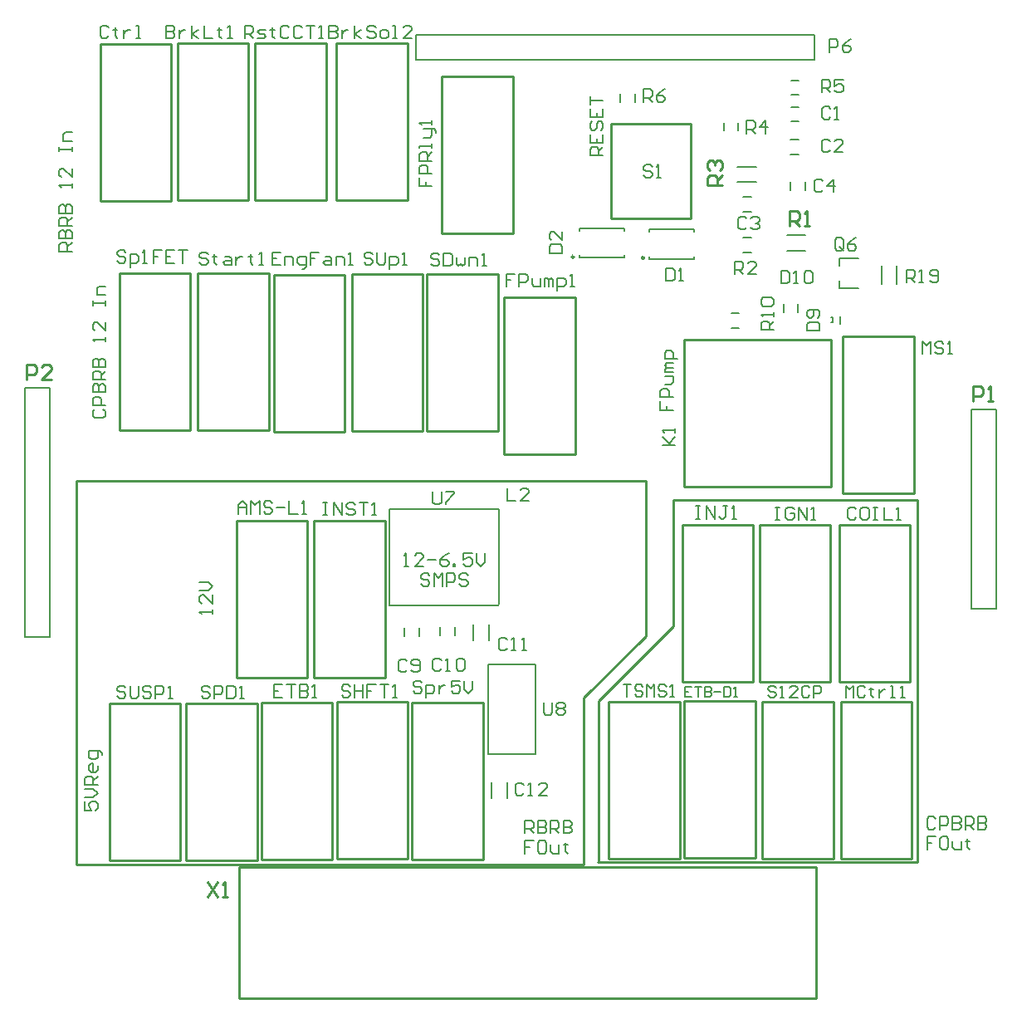
<source format=gto>
G04*
G04 #@! TF.GenerationSoftware,Altium Limited,Altium Designer,18.0.11 (651)*
G04*
G04 Layer_Color=65535*
%FSLAX44Y44*%
%MOMM*%
G71*
G01*
G75*
%ADD10C,0.2500*%
%ADD11C,0.2540*%
%ADD12C,0.2000*%
%ADD13C,0.2032*%
D10*
X1071824Y1521176D02*
G03*
X1071824Y1521176I-1250J0D01*
G01*
X1143452Y1520160D02*
G03*
X1143452Y1520160I-1250J0D01*
G01*
D11*
X1318650Y888250D02*
Y898800D01*
X730350Y888250D02*
Y898800D01*
X1318650D01*
Y775900D02*
Y888250D01*
X730350Y775900D02*
Y888250D01*
Y765200D02*
X1318650D01*
X730350D02*
Y775900D01*
X1318650Y765200D02*
Y775900D01*
X1081786Y902000D02*
Y1071626D01*
X1144778Y1134618D01*
Y1149361D02*
Y1293000D01*
X1096518Y944880D02*
Y1068518D01*
X1172972Y1144972D01*
Y1273000D01*
X1345946Y1280160D02*
X1418336D01*
X1345946D02*
Y1440180D01*
X1418336Y1280160D02*
Y1440180D01*
X1345946D02*
X1418336D01*
X1184078Y1286548D02*
Y1436548D01*
Y1286548D02*
X1334078D01*
X1184078Y1436548D02*
X1334078D01*
Y1286548D02*
Y1436548D01*
X1422400Y903986D02*
Y943998D01*
X1096518Y905510D02*
Y944880D01*
X1109980Y1560322D02*
Y1656842D01*
X1191260D01*
Y1560322D02*
Y1656842D01*
X1109980Y1560322D02*
X1191260D01*
X676402Y906272D02*
X748792D01*
X676402D02*
Y1066292D01*
X748792Y906272D02*
Y1066292D01*
X676402D02*
X748792D01*
X598170Y906272D02*
X670560D01*
X598170D02*
Y1066292D01*
X670560Y906272D02*
Y1066292D01*
X598170D02*
X670560D01*
X752856Y906780D02*
X825246D01*
X752856D02*
Y1066800D01*
X825246Y906780D02*
Y1066800D01*
X752856D02*
X825246D01*
X830072Y907542D02*
X902462D01*
X830072D02*
Y1067562D01*
X902462Y907542D02*
Y1067562D01*
X830072D02*
X902462D01*
X906780Y906780D02*
X979170D01*
X906780D02*
Y1066800D01*
X979170Y906780D02*
Y1066800D01*
X906780D02*
X979170D01*
X564500Y902000D02*
Y1293000D01*
X1144778D01*
Y1134618D02*
Y1149361D01*
X564500Y902000D02*
X1081786D01*
X806696Y1092520D02*
X879086D01*
X806696D02*
Y1252540D01*
X879086Y1092520D02*
Y1252540D01*
X806696D02*
X879086D01*
X727660Y1092520D02*
X800050D01*
X727660D02*
Y1252540D01*
X800050Y1092520D02*
Y1252540D01*
X727660D02*
X800050D01*
X1172972Y1273000D02*
X1422400D01*
X1263904Y907796D02*
X1336294D01*
X1263904D02*
Y1067816D01*
X1336294Y907796D02*
Y1067816D01*
X1263904D02*
X1336294D01*
X1343914Y907796D02*
X1416304D01*
X1343914D02*
Y1067816D01*
X1416304Y907796D02*
Y1067816D01*
X1343914D02*
X1416304D01*
X1096504Y904000D02*
X1421504D01*
X1422400Y943998D02*
Y1273000D01*
X1184402Y908812D02*
X1256792D01*
X1184402D02*
Y1068832D01*
X1256792Y908812D02*
Y1068832D01*
X1184402D02*
X1256792D01*
X937260Y1544828D02*
X1009650D01*
X937260D02*
Y1704848D01*
X1009650Y1544828D02*
Y1704848D01*
X937260D02*
X1009650D01*
X588660Y1578460D02*
X661050D01*
X588660D02*
Y1738480D01*
X661050Y1578460D02*
Y1738480D01*
X588660D02*
X661050D01*
X667258Y1578610D02*
X739648D01*
X667258D02*
Y1738630D01*
X739648Y1578610D02*
Y1738630D01*
X667258D02*
X739648D01*
X746760Y1579118D02*
X819150D01*
X746760D02*
Y1739138D01*
X819150Y1579118D02*
Y1739138D01*
X746760D02*
X819150D01*
X1107186Y907796D02*
X1179576D01*
X1107186D02*
Y1067816D01*
X1179576Y907796D02*
Y1067816D01*
X1107186D02*
X1179576D01*
X1182164Y1087520D02*
X1254554D01*
X1182164D02*
Y1247540D01*
X1254554Y1087520D02*
Y1247540D01*
X1182164D02*
X1254554D01*
X1261164Y1087520D02*
X1333554D01*
X1261164D02*
Y1247540D01*
X1333554Y1087520D02*
Y1247540D01*
X1261164D02*
X1333554D01*
X1342164Y1087520D02*
X1414554D01*
X1342164D02*
Y1247540D01*
X1414554Y1087520D02*
Y1247540D01*
X1342164D02*
X1414554D01*
X1000760Y1320038D02*
X1073150D01*
X1000760D02*
Y1480058D01*
X1073150Y1320038D02*
Y1480058D01*
X1000760D02*
X1073150D01*
X688086Y1344676D02*
X760476D01*
X688086D02*
Y1504696D01*
X760476Y1344676D02*
Y1504696D01*
X688086D02*
X760476D01*
X765810Y1343152D02*
X838200D01*
X765810D02*
Y1503172D01*
X838200Y1343152D02*
Y1503172D01*
X765810D02*
X838200D01*
X845058Y1343914D02*
X917448D01*
X845058D02*
Y1503934D01*
X917448Y1343914D02*
Y1503934D01*
X845058D02*
X917448D01*
X829696Y1579118D02*
X902086D01*
X829696D02*
Y1739138D01*
X902086Y1579118D02*
Y1739138D01*
X829696D02*
X902086D01*
X922020Y1343660D02*
X994410D01*
X922020D02*
Y1503680D01*
X994410Y1343660D02*
Y1503680D01*
X922020D02*
X994410D01*
X608330Y1344676D02*
X680720D01*
X608330D02*
Y1504696D01*
X680720Y1344676D02*
Y1504696D01*
X608330D02*
X680720D01*
X698000Y884235D02*
X708157Y869000D01*
Y884235D02*
X698000Y869000D01*
X713235D02*
X718313D01*
X715774D01*
Y884235D01*
X713235Y881696D01*
X1223000Y1594000D02*
X1207765D01*
Y1601617D01*
X1210304Y1604157D01*
X1215383D01*
X1217922Y1601617D01*
Y1594000D01*
Y1599078D02*
X1223000Y1604157D01*
X1210304Y1609235D02*
X1207765Y1611774D01*
Y1616853D01*
X1210304Y1619392D01*
X1212843D01*
X1215383Y1616853D01*
Y1614313D01*
Y1616853D01*
X1217922Y1619392D01*
X1220461D01*
X1223000Y1616853D01*
Y1611774D01*
X1220461Y1609235D01*
X1291336Y1552448D02*
Y1567683D01*
X1298954D01*
X1301493Y1565144D01*
Y1560065D01*
X1298954Y1557526D01*
X1291336D01*
X1296414D02*
X1301493Y1552448D01*
X1306571D02*
X1311649D01*
X1309110D01*
Y1567683D01*
X1306571Y1565144D01*
X513842Y1396238D02*
Y1411473D01*
X521460D01*
X523999Y1408934D01*
Y1403855D01*
X521460Y1401316D01*
X513842D01*
X539234Y1396238D02*
X529077D01*
X539234Y1406395D01*
Y1408934D01*
X536695Y1411473D01*
X531616D01*
X529077Y1408934D01*
X1478788Y1374140D02*
Y1389375D01*
X1486405D01*
X1488945Y1386836D01*
Y1381758D01*
X1486405Y1379218D01*
X1478788D01*
X1494023Y1374140D02*
X1499101D01*
X1496562D01*
Y1389375D01*
X1494023Y1386836D01*
D12*
X910844Y1747774D02*
X1317244D01*
Y1722374D02*
Y1747774D01*
X1298194Y1722374D02*
X1317244D01*
X910844D02*
X1298194D01*
X910844D02*
Y1747774D01*
X1288948Y1543180D02*
X1307948D01*
X1288948Y1527680D02*
X1307948D01*
X1293178Y1673994D02*
X1301178D01*
X1293178Y1658994D02*
X1301178D01*
X1224400Y1649756D02*
Y1657756D01*
X1239400Y1649756D02*
Y1657756D01*
X1238402Y1612776D02*
X1257402D01*
X1238402Y1597276D02*
X1257402D01*
X1134244Y1679004D02*
Y1687004D01*
X1119244Y1679004D02*
Y1687004D01*
X1244664Y1525644D02*
X1252664D01*
X1244664Y1540644D02*
X1252664D01*
X1244664Y1582300D02*
X1252664D01*
X1244664Y1567300D02*
X1252664D01*
X1292472Y1589342D02*
Y1597342D01*
X1307472Y1589342D02*
Y1597342D01*
X1292924Y1625466D02*
X1300924D01*
X1292924Y1640466D02*
X1300924D01*
X1077074Y1520176D02*
X1123074D01*
X1077074Y1550176D02*
X1123074D01*
Y1520176D02*
Y1522676D01*
X1077074Y1520176D02*
Y1522676D01*
X1123074Y1547676D02*
Y1550176D01*
X1077074Y1547676D02*
Y1550176D01*
X1300360Y1464882D02*
Y1472882D01*
X1285360Y1464882D02*
Y1472882D01*
X1400940Y1493164D02*
Y1512164D01*
X1385440Y1493164D02*
Y1512164D01*
X1232434Y1448682D02*
X1240434D01*
X1232434Y1463682D02*
X1240434D01*
X537700Y1133700D02*
Y1368650D01*
Y1387700D01*
X512300D02*
X537700D01*
X512300Y1133700D02*
Y1387700D01*
Y1133700D02*
X537700D01*
X1477300Y1365500D02*
X1502700D01*
Y1162300D02*
Y1365500D01*
X1477300Y1162300D02*
X1502700D01*
X1477300D02*
Y1365500D01*
X1342796Y1488947D02*
Y1496688D01*
Y1511688D02*
Y1519422D01*
X1003934Y969138D02*
Y985138D01*
X987934Y969138D02*
Y985138D01*
X913772Y1134682D02*
Y1142682D01*
X898772Y1134682D02*
Y1142682D01*
X950094Y1135444D02*
Y1143444D01*
X935094Y1135444D02*
Y1143444D01*
X968884Y1129920D02*
Y1145920D01*
X984884Y1129920D02*
Y1145920D01*
X1293178Y1686172D02*
X1301178D01*
X1293178Y1701172D02*
X1301178D01*
X1148702Y1546660D02*
Y1549160D01*
X1194702Y1546660D02*
Y1549160D01*
X1148702Y1519160D02*
Y1521660D01*
X1194702Y1519160D02*
Y1521660D01*
X1148702Y1549160D02*
X1194702D01*
X1148702Y1519160D02*
X1194702D01*
X1440664Y948225D02*
X1438498Y950391D01*
X1434166D01*
X1432000Y948225D01*
Y939561D01*
X1434166Y937395D01*
X1438498D01*
X1440664Y939561D01*
X1444996Y937395D02*
Y950391D01*
X1451494D01*
X1453660Y948225D01*
Y943893D01*
X1451494Y941727D01*
X1444996D01*
X1457992Y950391D02*
Y937395D01*
X1464489D01*
X1466655Y939561D01*
Y941727D01*
X1464489Y943893D01*
X1457992D01*
X1464489D01*
X1466655Y946059D01*
Y948225D01*
X1464489Y950391D01*
X1457992D01*
X1470987Y937395D02*
Y950391D01*
X1477485D01*
X1479651Y948225D01*
Y943893D01*
X1477485Y941727D01*
X1470987D01*
X1475319D02*
X1479651Y937395D01*
X1483983Y950391D02*
Y937395D01*
X1490481D01*
X1492647Y939561D01*
Y941727D01*
X1490481Y943893D01*
X1483983D01*
X1490481D01*
X1492647Y946059D01*
Y948225D01*
X1490481Y950391D01*
X1483983D01*
X1440664Y929996D02*
X1432000D01*
Y923498D01*
X1436332D01*
X1432000D01*
Y917000D01*
X1451494Y929996D02*
X1447162D01*
X1444996Y927830D01*
Y919166D01*
X1447162Y917000D01*
X1451494D01*
X1453660Y919166D01*
Y927830D01*
X1451494Y929996D01*
X1457992Y925664D02*
Y919166D01*
X1460158Y917000D01*
X1466655D01*
Y925664D01*
X1473153Y927830D02*
Y925664D01*
X1470987D01*
X1475319D01*
X1473153D01*
Y919166D01*
X1475319Y917000D01*
X898631Y1205876D02*
X902963D01*
X900797D01*
Y1218872D01*
X898631Y1216706D01*
X918125Y1205876D02*
X909461D01*
X918125Y1214540D01*
Y1216706D01*
X915959Y1218872D01*
X911627D01*
X909461Y1216706D01*
X922457Y1212374D02*
X931121D01*
X944116Y1218872D02*
X939784Y1216706D01*
X935452Y1212374D01*
Y1208042D01*
X937618Y1205876D01*
X941950D01*
X944116Y1208042D01*
Y1210208D01*
X941950Y1212374D01*
X935452D01*
X948448Y1205876D02*
Y1208042D01*
X950614D01*
Y1205876D01*
X948448D01*
X967942Y1218872D02*
X959278D01*
Y1212374D01*
X963610Y1214540D01*
X965776D01*
X967942Y1212374D01*
Y1208042D01*
X965776Y1205876D01*
X961444D01*
X959278Y1208042D01*
X972274Y1218872D02*
Y1210208D01*
X976606Y1205876D01*
X980938Y1210208D01*
Y1218872D01*
X924623Y1196311D02*
X922457Y1198477D01*
X918125D01*
X915959Y1196311D01*
Y1194145D01*
X918125Y1191979D01*
X922457D01*
X924623Y1189813D01*
Y1187647D01*
X922457Y1185481D01*
X918125D01*
X915959Y1187647D01*
X928955Y1185481D02*
Y1198477D01*
X933287Y1194145D01*
X937618Y1198477D01*
Y1185481D01*
X941950D02*
Y1198477D01*
X948448D01*
X950614Y1196311D01*
Y1191979D01*
X948448Y1189813D01*
X941950D01*
X963610Y1196311D02*
X961444Y1198477D01*
X957112D01*
X954946Y1196311D01*
Y1194145D01*
X957112Y1191979D01*
X961444D01*
X963610Y1189813D01*
Y1187647D01*
X961444Y1185481D01*
X957112D01*
X954946Y1187647D01*
X1022000Y933395D02*
Y946391D01*
X1028498D01*
X1030664Y944225D01*
Y939893D01*
X1028498Y937727D01*
X1022000D01*
X1026332D02*
X1030664Y933395D01*
X1034996Y946391D02*
Y933395D01*
X1041494D01*
X1043660Y935561D01*
Y937727D01*
X1041494Y939893D01*
X1034996D01*
X1041494D01*
X1043660Y942059D01*
Y944225D01*
X1041494Y946391D01*
X1034996D01*
X1047992Y933395D02*
Y946391D01*
X1054490D01*
X1056656Y944225D01*
Y939893D01*
X1054490Y937727D01*
X1047992D01*
X1052324D02*
X1056656Y933395D01*
X1060987Y946391D02*
Y933395D01*
X1067485D01*
X1069651Y935561D01*
Y937727D01*
X1067485Y939893D01*
X1060987D01*
X1067485D01*
X1069651Y942059D01*
Y944225D01*
X1067485Y946391D01*
X1060987D01*
X1030664Y925996D02*
X1022000D01*
Y919498D01*
X1026332D01*
X1022000D01*
Y913000D01*
X1041494Y925996D02*
X1037162D01*
X1034996Y923830D01*
Y915166D01*
X1037162Y913000D01*
X1041494D01*
X1043660Y915166D01*
Y923830D01*
X1041494Y925996D01*
X1047992Y921664D02*
Y915166D01*
X1050158Y913000D01*
X1056656D01*
Y921664D01*
X1063153Y923830D02*
Y921664D01*
X1060987D01*
X1065319D01*
X1063153D01*
Y915166D01*
X1065319Y913000D01*
X1160004Y1373664D02*
Y1365000D01*
X1166502D01*
Y1369332D01*
Y1365000D01*
X1173000D01*
Y1377996D02*
X1160004D01*
Y1384494D01*
X1162170Y1386660D01*
X1166502D01*
X1168668Y1384494D01*
Y1377996D01*
X1164336Y1390992D02*
X1170834D01*
X1173000Y1393158D01*
Y1399655D01*
X1164336D01*
X1173000Y1403987D02*
X1164336D01*
Y1406153D01*
X1166502Y1408319D01*
X1173000D01*
X1166502D01*
X1164336Y1410485D01*
X1166502Y1412651D01*
X1173000D01*
X1177332Y1416983D02*
X1164336D01*
Y1423481D01*
X1166502Y1425647D01*
X1170834D01*
X1173000Y1423481D01*
Y1416983D01*
X573004Y965664D02*
Y957000D01*
X579502D01*
X577336Y961332D01*
Y963498D01*
X579502Y965664D01*
X583834D01*
X586000Y963498D01*
Y959166D01*
X583834Y957000D01*
X573004Y969996D02*
X581668D01*
X586000Y974328D01*
X581668Y978660D01*
X573004D01*
X586000Y982992D02*
X573004D01*
Y989490D01*
X575170Y991656D01*
X579502D01*
X581668Y989490D01*
Y982992D01*
Y987324D02*
X586000Y991656D01*
Y1002485D02*
Y998153D01*
X583834Y995987D01*
X579502D01*
X577336Y998153D01*
Y1002485D01*
X579502Y1004651D01*
X581668D01*
Y995987D01*
X590332Y1013315D02*
Y1015481D01*
X588166Y1017647D01*
X577336D01*
Y1011149D01*
X579502Y1008983D01*
X583834D01*
X586000Y1011149D01*
Y1017647D01*
X703000Y1157000D02*
Y1161332D01*
Y1159166D01*
X690004D01*
X692170Y1157000D01*
X703000Y1176494D02*
Y1167830D01*
X694336Y1176494D01*
X692170D01*
X690004Y1174328D01*
Y1169996D01*
X692170Y1167830D01*
X690004Y1180826D02*
X698668D01*
X703000Y1185158D01*
X698668Y1189490D01*
X690004D01*
X559816Y1526794D02*
X546820D01*
Y1533292D01*
X548986Y1535458D01*
X553318D01*
X555484Y1533292D01*
Y1526794D01*
Y1531126D02*
X559816Y1535458D01*
X546820Y1539790D02*
X559816D01*
Y1546288D01*
X557650Y1548454D01*
X555484D01*
X553318Y1546288D01*
Y1539790D01*
Y1546288D01*
X551152Y1548454D01*
X548986D01*
X546820Y1546288D01*
Y1539790D01*
X559816Y1552786D02*
X546820D01*
Y1559283D01*
X548986Y1561449D01*
X553318D01*
X555484Y1559283D01*
Y1552786D01*
Y1557118D02*
X559816Y1561449D01*
X546820Y1565781D02*
X559816D01*
Y1572279D01*
X557650Y1574445D01*
X555484D01*
X553318Y1572279D01*
Y1565781D01*
Y1572279D01*
X551152Y1574445D01*
X548986D01*
X546820Y1572279D01*
Y1565781D01*
X559816Y1591773D02*
Y1596105D01*
Y1593939D01*
X546820D01*
X548986Y1591773D01*
X559816Y1611267D02*
Y1602603D01*
X551152Y1611267D01*
X548986D01*
X546820Y1609101D01*
Y1604769D01*
X548986Y1602603D01*
X546820Y1628595D02*
Y1632926D01*
Y1630760D01*
X559816D01*
Y1628595D01*
Y1632926D01*
Y1639424D02*
X551152D01*
Y1645922D01*
X553318Y1648088D01*
X559816D01*
X583170Y1365664D02*
X581004Y1363498D01*
Y1359166D01*
X583170Y1357000D01*
X591834D01*
X594000Y1359166D01*
Y1363498D01*
X591834Y1365664D01*
X594000Y1369996D02*
X581004D01*
Y1376494D01*
X583170Y1378660D01*
X587502D01*
X589668Y1376494D01*
Y1369996D01*
X581004Y1382992D02*
X594000D01*
Y1389489D01*
X591834Y1391655D01*
X589668D01*
X587502Y1389489D01*
Y1382992D01*
Y1389489D01*
X585336Y1391655D01*
X583170D01*
X581004Y1389489D01*
Y1382992D01*
X594000Y1395987D02*
X581004D01*
Y1402485D01*
X583170Y1404651D01*
X587502D01*
X589668Y1402485D01*
Y1395987D01*
Y1400319D02*
X594000Y1404651D01*
X581004Y1408983D02*
X594000D01*
Y1415481D01*
X591834Y1417647D01*
X589668D01*
X587502Y1415481D01*
Y1408983D01*
Y1415481D01*
X585336Y1417647D01*
X583170D01*
X581004Y1415481D01*
Y1408983D01*
X594000Y1434975D02*
Y1439307D01*
Y1437141D01*
X581004D01*
X583170Y1434975D01*
X594000Y1454469D02*
Y1445805D01*
X585336Y1454469D01*
X583170D01*
X581004Y1452303D01*
Y1447971D01*
X583170Y1445805D01*
X581004Y1471796D02*
Y1476128D01*
Y1473962D01*
X594000D01*
Y1471796D01*
Y1476128D01*
Y1482626D02*
X585336D01*
Y1489124D01*
X587502Y1491290D01*
X594000D01*
X1101344Y1624330D02*
X1088348D01*
Y1630828D01*
X1090514Y1632994D01*
X1094846D01*
X1097012Y1630828D01*
Y1624330D01*
Y1628662D02*
X1101344Y1632994D01*
X1088348Y1645990D02*
Y1637326D01*
X1101344D01*
Y1645990D01*
X1094846Y1637326D02*
Y1641658D01*
X1090514Y1658985D02*
X1088348Y1656819D01*
Y1652488D01*
X1090514Y1650322D01*
X1092680D01*
X1094846Y1652488D01*
Y1656819D01*
X1097012Y1658985D01*
X1099178D01*
X1101344Y1656819D01*
Y1652488D01*
X1099178Y1650322D01*
X1088348Y1671981D02*
Y1663317D01*
X1101344D01*
Y1671981D01*
X1094846Y1663317D02*
Y1667649D01*
X1088348Y1676313D02*
Y1684977D01*
Y1680645D01*
X1101344D01*
X1427000Y1422000D02*
Y1434996D01*
X1431332Y1430664D01*
X1435664Y1434996D01*
Y1422000D01*
X1448660Y1432830D02*
X1446494Y1434996D01*
X1442162D01*
X1439996Y1432830D01*
Y1430664D01*
X1442162Y1428498D01*
X1446494D01*
X1448660Y1426332D01*
Y1424166D01*
X1446494Y1422000D01*
X1442162D01*
X1439996Y1424166D01*
X1452992Y1422000D02*
X1457324D01*
X1455158D01*
Y1434996D01*
X1452992Y1432830D01*
X1162004Y1329000D02*
X1175000D01*
X1170668D01*
X1162004Y1337664D01*
X1168502Y1331166D01*
X1175000Y1337664D01*
Y1341996D02*
Y1346328D01*
Y1344162D01*
X1162004D01*
X1164170Y1341996D01*
X1143000Y1679000D02*
Y1691996D01*
X1149498D01*
X1151664Y1689830D01*
Y1685498D01*
X1149498Y1683332D01*
X1143000D01*
X1147332D02*
X1151664Y1679000D01*
X1164660Y1691996D02*
X1160328Y1689830D01*
X1155996Y1685498D01*
Y1681166D01*
X1158162Y1679000D01*
X1162494D01*
X1164660Y1681166D01*
Y1683332D01*
X1162494Y1685498D01*
X1155996D01*
X1151664Y1612808D02*
X1149498Y1614974D01*
X1145166D01*
X1143000Y1612808D01*
Y1610642D01*
X1145166Y1608476D01*
X1149498D01*
X1151664Y1606310D01*
Y1604144D01*
X1149498Y1601978D01*
X1145166D01*
X1143000Y1604144D01*
X1155996Y1601978D02*
X1160328D01*
X1158162D01*
Y1614974D01*
X1155996Y1612808D01*
X1332484Y1729994D02*
Y1742990D01*
X1338982D01*
X1341148Y1740824D01*
Y1736492D01*
X1338982Y1734326D01*
X1332484D01*
X1354144Y1742990D02*
X1349812Y1740824D01*
X1345480Y1736492D01*
Y1732160D01*
X1347646Y1729994D01*
X1351978D01*
X1354144Y1732160D01*
Y1734326D01*
X1351978Y1736492D01*
X1345480D01*
X729442Y1259162D02*
Y1267826D01*
X733774Y1272158D01*
X738106Y1267826D01*
Y1259162D01*
Y1265660D01*
X729442D01*
X742438Y1259162D02*
Y1272158D01*
X746770Y1267826D01*
X751102Y1272158D01*
Y1259162D01*
X764098Y1269992D02*
X761932Y1272158D01*
X757600D01*
X755434Y1269992D01*
Y1267826D01*
X757600Y1265660D01*
X761932D01*
X764098Y1263494D01*
Y1261328D01*
X761932Y1259162D01*
X757600D01*
X755434Y1261328D01*
X768429Y1265660D02*
X777093D01*
X781425Y1272158D02*
Y1259162D01*
X790089D01*
X794421D02*
X798753D01*
X796587D01*
Y1272158D01*
X794421Y1269992D01*
X656000Y1756996D02*
Y1744000D01*
X662498D01*
X664664Y1746166D01*
Y1748332D01*
X662498Y1750498D01*
X656000D01*
X662498D01*
X664664Y1752664D01*
Y1754830D01*
X662498Y1756996D01*
X656000D01*
X668996Y1752664D02*
Y1744000D01*
Y1748332D01*
X671162Y1750498D01*
X673328Y1752664D01*
X675494D01*
X681992Y1744000D02*
Y1756996D01*
Y1748332D02*
X688490Y1752664D01*
X681992Y1748332D02*
X688490Y1744000D01*
X694987Y1756996D02*
Y1744000D01*
X703651D01*
X710149Y1754830D02*
Y1752664D01*
X707983D01*
X712315D01*
X710149D01*
Y1746166D01*
X712315Y1744000D01*
X718813D02*
X723145D01*
X720979D01*
Y1756996D01*
X718813Y1754830D01*
X822000Y1756996D02*
Y1744000D01*
X828498D01*
X830664Y1746166D01*
Y1748332D01*
X828498Y1750498D01*
X822000D01*
X828498D01*
X830664Y1752664D01*
Y1754830D01*
X828498Y1756996D01*
X822000D01*
X834996Y1752664D02*
Y1744000D01*
Y1748332D01*
X837162Y1750498D01*
X839328Y1752664D01*
X841494D01*
X847992Y1744000D02*
Y1756996D01*
Y1748332D02*
X854490Y1752664D01*
X847992Y1748332D02*
X854490Y1744000D01*
X869651Y1754830D02*
X867485Y1756996D01*
X863153D01*
X860987Y1754830D01*
Y1752664D01*
X863153Y1750498D01*
X867485D01*
X869651Y1748332D01*
Y1746166D01*
X867485Y1744000D01*
X863153D01*
X860987Y1746166D01*
X876149Y1744000D02*
X880481D01*
X882647Y1746166D01*
Y1750498D01*
X880481Y1752664D01*
X876149D01*
X873983Y1750498D01*
Y1746166D01*
X876149Y1744000D01*
X886979D02*
X891311D01*
X889145D01*
Y1756996D01*
X886979D01*
X906473Y1744000D02*
X897809D01*
X906473Y1752664D01*
Y1754830D01*
X904307Y1756996D01*
X899975D01*
X897809Y1754830D01*
X1333342Y1672324D02*
X1331176Y1674490D01*
X1326844D01*
X1324678Y1672324D01*
Y1663660D01*
X1326844Y1661494D01*
X1331176D01*
X1333342Y1663660D01*
X1337674Y1661494D02*
X1342006D01*
X1339840D01*
Y1674490D01*
X1337674Y1672324D01*
X1333088Y1638796D02*
X1330922Y1640962D01*
X1326590D01*
X1324424Y1638796D01*
Y1630132D01*
X1326590Y1627966D01*
X1330922D01*
X1333088Y1630132D01*
X1346084Y1627966D02*
X1337420D01*
X1346084Y1636630D01*
Y1638796D01*
X1343918Y1640962D01*
X1339586D01*
X1337420Y1638796D01*
X1247930Y1559976D02*
X1245764Y1562142D01*
X1241432D01*
X1239266Y1559976D01*
Y1551312D01*
X1241432Y1549146D01*
X1245764D01*
X1247930Y1551312D01*
X1252262Y1559976D02*
X1254428Y1562142D01*
X1258760D01*
X1260926Y1559976D01*
Y1557810D01*
X1258760Y1555644D01*
X1256594D01*
X1258760D01*
X1260926Y1553478D01*
Y1551312D01*
X1258760Y1549146D01*
X1254428D01*
X1252262Y1551312D01*
X1325654Y1598076D02*
X1323488Y1600242D01*
X1319156D01*
X1316990Y1598076D01*
Y1589412D01*
X1319156Y1587246D01*
X1323488D01*
X1325654Y1589412D01*
X1336484Y1587246D02*
Y1600242D01*
X1329986Y1593744D01*
X1338650D01*
X901664Y1108830D02*
X899498Y1110996D01*
X895166D01*
X893000Y1108830D01*
Y1100166D01*
X895166Y1098000D01*
X899498D01*
X901664Y1100166D01*
X905996D02*
X908162Y1098000D01*
X912494D01*
X914660Y1100166D01*
Y1108830D01*
X912494Y1110996D01*
X908162D01*
X905996Y1108830D01*
Y1106664D01*
X908162Y1104498D01*
X914660D01*
X936664Y1109830D02*
X934498Y1111996D01*
X930166D01*
X928000Y1109830D01*
Y1101166D01*
X930166Y1099000D01*
X934498D01*
X936664Y1101166D01*
X940996Y1099000D02*
X945328D01*
X943162D01*
Y1111996D01*
X940996Y1109830D01*
X951826D02*
X953992Y1111996D01*
X958324D01*
X960490Y1109830D01*
Y1101166D01*
X958324Y1099000D01*
X953992D01*
X951826Y1101166D01*
Y1109830D01*
X1003664Y1130830D02*
X1001498Y1132996D01*
X997166D01*
X995000Y1130830D01*
Y1122166D01*
X997166Y1120000D01*
X1001498D01*
X1003664Y1122166D01*
X1007996Y1120000D02*
X1012328D01*
X1010162D01*
Y1132996D01*
X1007996Y1130830D01*
X1018826Y1120000D02*
X1023158D01*
X1020992D01*
Y1132996D01*
X1018826Y1130830D01*
X1020664Y982830D02*
X1018498Y984996D01*
X1014166D01*
X1012000Y982830D01*
Y974166D01*
X1014166Y972000D01*
X1018498D01*
X1020664Y974166D01*
X1024996Y972000D02*
X1029328D01*
X1027162D01*
Y984996D01*
X1024996Y982830D01*
X1044490Y972000D02*
X1035826D01*
X1044490Y980664D01*
Y982830D01*
X1042324Y984996D01*
X1037992D01*
X1035826Y982830D01*
X1359664Y1263830D02*
X1357498Y1265996D01*
X1353166D01*
X1351000Y1263830D01*
Y1255166D01*
X1353166Y1253000D01*
X1357498D01*
X1359664Y1255166D01*
X1370494Y1265996D02*
X1366162D01*
X1363996Y1263830D01*
Y1255166D01*
X1366162Y1253000D01*
X1370494D01*
X1372660Y1255166D01*
Y1263830D01*
X1370494Y1265996D01*
X1376992D02*
X1381324D01*
X1379158D01*
Y1253000D01*
X1376992D01*
X1381324D01*
X1387821Y1265996D02*
Y1253000D01*
X1396485D01*
X1400817D02*
X1405149D01*
X1402983D01*
Y1265996D01*
X1400817Y1263830D01*
X1165860Y1509564D02*
Y1496568D01*
X1172358D01*
X1174524Y1498734D01*
Y1507398D01*
X1172358Y1509564D01*
X1165860D01*
X1178856Y1496568D02*
X1183188D01*
X1181022D01*
Y1509564D01*
X1178856Y1507398D01*
X1046758Y1525176D02*
X1059754D01*
Y1531674D01*
X1057588Y1533840D01*
X1048924D01*
X1046758Y1531674D01*
Y1525176D01*
X1059754Y1546836D02*
Y1538172D01*
X1051090Y1546836D01*
X1048924D01*
X1046758Y1544670D01*
Y1540338D01*
X1048924Y1538172D01*
X1309456Y1445944D02*
X1322452D01*
Y1452442D01*
X1320286Y1454608D01*
X1311622D01*
X1309456Y1452442D01*
Y1445944D01*
X1320286Y1458940D02*
X1322452Y1461106D01*
Y1465438D01*
X1320286Y1467604D01*
X1311622D01*
X1309456Y1465438D01*
Y1461106D01*
X1311622Y1458940D01*
X1313788D01*
X1315954Y1461106D01*
Y1467604D01*
X1282860Y1506878D02*
Y1493882D01*
X1289358D01*
X1291524Y1496048D01*
Y1504712D01*
X1289358Y1506878D01*
X1282860D01*
X1295856Y1493882D02*
X1300188D01*
X1298022D01*
Y1506878D01*
X1295856Y1504712D01*
X1306686D02*
X1308852Y1506878D01*
X1313183D01*
X1315349Y1504712D01*
Y1496048D01*
X1313183Y1493882D01*
X1308852D01*
X1306686Y1496048D01*
Y1504712D01*
X772664Y1525996D02*
X764000D01*
Y1513000D01*
X772664D01*
X764000Y1519498D02*
X768332D01*
X776996Y1513000D02*
Y1521664D01*
X783494D01*
X785660Y1519498D01*
Y1513000D01*
X794324Y1508668D02*
X796489D01*
X798655Y1510834D01*
Y1521664D01*
X792158D01*
X789992Y1519498D01*
Y1515166D01*
X792158Y1513000D01*
X798655D01*
X811651Y1525996D02*
X802987D01*
Y1519498D01*
X807319D01*
X802987D01*
Y1513000D01*
X818149Y1521664D02*
X822481D01*
X824647Y1519498D01*
Y1513000D01*
X818149D01*
X815983Y1515166D01*
X818149Y1517332D01*
X824647D01*
X828979Y1513000D02*
Y1521664D01*
X835477D01*
X837643Y1519498D01*
Y1513000D01*
X841975D02*
X846307D01*
X844141D01*
Y1525996D01*
X841975Y1523830D01*
X774664Y1084996D02*
X766000D01*
Y1072000D01*
X774664D01*
X766000Y1078498D02*
X770332D01*
X778996Y1084996D02*
X787660D01*
X783328D01*
Y1072000D01*
X791992Y1084996D02*
Y1072000D01*
X798490D01*
X800656Y1074166D01*
Y1076332D01*
X798490Y1078498D01*
X791992D01*
X798490D01*
X800656Y1080664D01*
Y1082830D01*
X798490Y1084996D01*
X791992D01*
X804987Y1072000D02*
X809319D01*
X807153D01*
Y1084996D01*
X804987Y1082830D01*
X1191665Y1082997D02*
X1185000D01*
Y1073000D01*
X1191665D01*
X1185000Y1077998D02*
X1188332D01*
X1194997Y1082997D02*
X1201661D01*
X1198329D01*
Y1073000D01*
X1204994Y1082997D02*
Y1073000D01*
X1209992D01*
X1211658Y1074666D01*
Y1076332D01*
X1209992Y1077998D01*
X1204994D01*
X1209992D01*
X1211658Y1079665D01*
Y1081331D01*
X1209992Y1082997D01*
X1204994D01*
X1214990Y1077998D02*
X1221655D01*
X1224987Y1082997D02*
Y1073000D01*
X1229986D01*
X1231652Y1074666D01*
Y1081331D01*
X1229986Y1082997D01*
X1224987D01*
X1234984Y1073000D02*
X1238316D01*
X1236650D01*
Y1082997D01*
X1234984Y1081331D01*
X1011664Y1503996D02*
X1003000D01*
Y1497498D01*
X1007332D01*
X1003000D01*
Y1491000D01*
X1015996D02*
Y1503996D01*
X1022494D01*
X1024660Y1501830D01*
Y1497498D01*
X1022494Y1495332D01*
X1015996D01*
X1028992Y1499664D02*
Y1493166D01*
X1031158Y1491000D01*
X1037655D01*
Y1499664D01*
X1041987Y1491000D02*
Y1499664D01*
X1044153D01*
X1046319Y1497498D01*
Y1491000D01*
Y1497498D01*
X1048485Y1499664D01*
X1050651Y1497498D01*
Y1491000D01*
X1054983Y1486668D02*
Y1499664D01*
X1061481D01*
X1063647Y1497498D01*
Y1493166D01*
X1061481Y1491000D01*
X1054983D01*
X1067979D02*
X1072311D01*
X1070145D01*
Y1503996D01*
X1067979Y1501830D01*
X1277000Y1265996D02*
X1281332D01*
X1279166D01*
Y1253000D01*
X1277000D01*
X1281332D01*
X1296494Y1263830D02*
X1294328Y1265996D01*
X1289996D01*
X1287830Y1263830D01*
Y1255166D01*
X1289996Y1253000D01*
X1294328D01*
X1296494Y1255166D01*
Y1259498D01*
X1292162D01*
X1300826Y1253000D02*
Y1265996D01*
X1309489Y1253000D01*
Y1265996D01*
X1313822Y1253000D02*
X1318153D01*
X1315987D01*
Y1265996D01*
X1313822Y1263830D01*
X1196000Y1266996D02*
X1200332D01*
X1198166D01*
Y1254000D01*
X1196000D01*
X1200332D01*
X1206830D02*
Y1266996D01*
X1215494Y1254000D01*
Y1266996D01*
X1228490D02*
X1224158D01*
X1226323D01*
Y1256166D01*
X1224158Y1254000D01*
X1221992D01*
X1219826Y1256166D01*
X1232821Y1254000D02*
X1237153D01*
X1234987D01*
Y1266996D01*
X1232821Y1264830D01*
X815992Y1270666D02*
X820324D01*
X818158D01*
Y1257670D01*
X815992D01*
X820324D01*
X826822D02*
Y1270666D01*
X835486Y1257670D01*
Y1270666D01*
X848482Y1268500D02*
X846316Y1270666D01*
X841984D01*
X839818Y1268500D01*
Y1266334D01*
X841984Y1264168D01*
X846316D01*
X848482Y1262002D01*
Y1259836D01*
X846316Y1257670D01*
X841984D01*
X839818Y1259836D01*
X852813Y1270666D02*
X861477D01*
X857145D01*
Y1257670D01*
X865809D02*
X870141D01*
X867975D01*
Y1270666D01*
X865809Y1268500D01*
X1004006Y1285248D02*
Y1272252D01*
X1012670D01*
X1025666D02*
X1017002D01*
X1025666Y1280916D01*
Y1283082D01*
X1023500Y1285248D01*
X1019168D01*
X1017002Y1283082D01*
X1349000Y1072000D02*
Y1083996D01*
X1352999Y1079997D01*
X1356997Y1083996D01*
Y1072000D01*
X1368994Y1081997D02*
X1366994Y1083996D01*
X1362995D01*
X1360996Y1081997D01*
Y1073999D01*
X1362995Y1072000D01*
X1366994D01*
X1368994Y1073999D01*
X1374992Y1081997D02*
Y1079997D01*
X1372992D01*
X1376991D01*
X1374992D01*
Y1073999D01*
X1376991Y1072000D01*
X1382989Y1079997D02*
Y1072000D01*
Y1075999D01*
X1384988Y1077998D01*
X1386988Y1079997D01*
X1388987D01*
X1394985Y1072000D02*
X1398984D01*
X1396985D01*
Y1083996D01*
X1394985D01*
X1404982Y1072000D02*
X1408981D01*
X1406981D01*
Y1083996D01*
X1404982Y1081997D01*
X1346488Y1529676D02*
Y1538340D01*
X1344322Y1540506D01*
X1339990D01*
X1337824Y1538340D01*
Y1529676D01*
X1339990Y1527510D01*
X1344322D01*
X1342156Y1531842D02*
X1346488Y1527510D01*
X1344322D02*
X1346488Y1529676D01*
X1359484Y1540506D02*
X1355152Y1538340D01*
X1350820Y1534008D01*
Y1529676D01*
X1352986Y1527510D01*
X1357318D01*
X1359484Y1529676D01*
Y1531842D01*
X1357318Y1534008D01*
X1350820D01*
X1248000Y1647000D02*
Y1659996D01*
X1254498D01*
X1256664Y1657830D01*
Y1653498D01*
X1254498Y1651332D01*
X1248000D01*
X1252332D02*
X1256664Y1647000D01*
X1267494D02*
Y1659996D01*
X1260996Y1653498D01*
X1269660D01*
X1235964Y1503680D02*
Y1516676D01*
X1242462D01*
X1244628Y1514510D01*
Y1510178D01*
X1242462Y1508012D01*
X1235964D01*
X1240296D02*
X1244628Y1503680D01*
X1257624D02*
X1248960D01*
X1257624Y1512344D01*
Y1514510D01*
X1255458Y1516676D01*
X1251126D01*
X1248960Y1514510D01*
X1324678Y1688672D02*
Y1701668D01*
X1331176D01*
X1333342Y1699502D01*
Y1695170D01*
X1331176Y1693004D01*
X1324678D01*
X1329010D02*
X1333342Y1688672D01*
X1346338Y1701668D02*
X1337674D01*
Y1695170D01*
X1342006Y1697336D01*
X1344172D01*
X1346338Y1695170D01*
Y1690838D01*
X1344172Y1688672D01*
X1339840D01*
X1337674Y1690838D01*
X1275550Y1447038D02*
X1262554D01*
Y1453536D01*
X1264720Y1455702D01*
X1269052D01*
X1271218Y1453536D01*
Y1447038D01*
Y1451370D02*
X1275550Y1455702D01*
Y1460034D02*
Y1464366D01*
Y1462200D01*
X1262554D01*
X1264720Y1460034D01*
Y1470864D02*
X1262554Y1473030D01*
Y1477361D01*
X1264720Y1479527D01*
X1273384D01*
X1275550Y1477361D01*
Y1473030D01*
X1273384Y1470864D01*
X1264720D01*
X1411000Y1495000D02*
Y1507996D01*
X1417498D01*
X1419664Y1505830D01*
Y1501498D01*
X1417498Y1499332D01*
X1411000D01*
X1415332D02*
X1419664Y1495000D01*
X1423996D02*
X1428328D01*
X1426162D01*
Y1507996D01*
X1423996Y1505830D01*
X1434826Y1497166D02*
X1436992Y1495000D01*
X1441324D01*
X1443490Y1497166D01*
Y1505830D01*
X1441324Y1507996D01*
X1436992D01*
X1434826Y1505830D01*
Y1503664D01*
X1436992Y1501498D01*
X1443490D01*
X914004Y1601664D02*
Y1593000D01*
X920502D01*
Y1597332D01*
Y1593000D01*
X927000D01*
Y1605996D02*
X914004D01*
Y1612494D01*
X916170Y1614660D01*
X920502D01*
X922668Y1612494D01*
Y1605996D01*
X927000Y1618992D02*
X914004D01*
Y1625490D01*
X916170Y1627655D01*
X920502D01*
X922668Y1625490D01*
Y1618992D01*
Y1623324D02*
X927000Y1627655D01*
Y1631987D02*
Y1636319D01*
Y1634153D01*
X914004D01*
Y1631987D01*
X918336Y1642817D02*
X924834D01*
X927000Y1644983D01*
Y1651481D01*
X929166D01*
X931332Y1649315D01*
Y1647149D01*
X927000Y1651481D02*
X918336D01*
X927000Y1655813D02*
Y1660145D01*
Y1657979D01*
X914004D01*
X916170Y1655813D01*
X736000Y1744000D02*
Y1756996D01*
X742498D01*
X744664Y1754830D01*
Y1750498D01*
X742498Y1748332D01*
X736000D01*
X740332D02*
X744664Y1744000D01*
X748996D02*
X755494D01*
X757660Y1746166D01*
X755494Y1748332D01*
X751162D01*
X748996Y1750498D01*
X751162Y1752664D01*
X757660D01*
X764158Y1754830D02*
Y1752664D01*
X761992D01*
X766324D01*
X764158D01*
Y1746166D01*
X766324Y1744000D01*
X781485Y1754830D02*
X779319Y1756996D01*
X774987D01*
X772821Y1754830D01*
Y1746166D01*
X774987Y1744000D01*
X779319D01*
X781485Y1746166D01*
X794481Y1754830D02*
X792315Y1756996D01*
X787983D01*
X785817Y1754830D01*
Y1746166D01*
X787983Y1744000D01*
X792315D01*
X794481Y1746166D01*
X798813Y1756996D02*
X807477D01*
X803145D01*
Y1744000D01*
X811809D02*
X816141D01*
X813975D01*
Y1756996D01*
X811809Y1754830D01*
X843664Y1082830D02*
X841498Y1084996D01*
X837166D01*
X835000Y1082830D01*
Y1080664D01*
X837166Y1078498D01*
X841498D01*
X843664Y1076332D01*
Y1074166D01*
X841498Y1072000D01*
X837166D01*
X835000Y1074166D01*
X847996Y1084996D02*
Y1072000D01*
Y1078498D01*
X856660D01*
Y1084996D01*
Y1072000D01*
X869656Y1084996D02*
X860992D01*
Y1078498D01*
X865324D01*
X860992D01*
Y1072000D01*
X873987Y1084996D02*
X882651D01*
X878319D01*
Y1072000D01*
X886983D02*
X891315D01*
X889149D01*
Y1084996D01*
X886983Y1082830D01*
X934664Y1522830D02*
X932498Y1524996D01*
X928166D01*
X926000Y1522830D01*
Y1520664D01*
X928166Y1518498D01*
X932498D01*
X934664Y1516332D01*
Y1514166D01*
X932498Y1512000D01*
X928166D01*
X926000Y1514166D01*
X938996Y1524996D02*
Y1512000D01*
X945494D01*
X947660Y1514166D01*
Y1522830D01*
X945494Y1524996D01*
X938996D01*
X951992Y1520664D02*
Y1514166D01*
X954158Y1512000D01*
X956324Y1514166D01*
X958490Y1512000D01*
X960656Y1514166D01*
Y1520664D01*
X964987Y1512000D02*
Y1520664D01*
X971485D01*
X973651Y1518498D01*
Y1512000D01*
X977983D02*
X982315D01*
X980149D01*
Y1524996D01*
X977983Y1522830D01*
X866664Y1523830D02*
X864498Y1525996D01*
X860166D01*
X858000Y1523830D01*
Y1521664D01*
X860166Y1519498D01*
X864498D01*
X866664Y1517332D01*
Y1515166D01*
X864498Y1513000D01*
X860166D01*
X858000Y1515166D01*
X870996Y1525996D02*
Y1515166D01*
X873162Y1513000D01*
X877494D01*
X879660Y1515166D01*
Y1525996D01*
X883992Y1508668D02*
Y1521664D01*
X890490D01*
X892655Y1519498D01*
Y1515166D01*
X890490Y1513000D01*
X883992D01*
X896987D02*
X901319D01*
X899153D01*
Y1525996D01*
X896987Y1523830D01*
X597330Y1754950D02*
X595164Y1757116D01*
X590832D01*
X588666Y1754950D01*
Y1746286D01*
X590832Y1744120D01*
X595164D01*
X597330Y1746286D01*
X603828Y1754950D02*
Y1752784D01*
X601662D01*
X605994D01*
X603828D01*
Y1746286D01*
X605994Y1744120D01*
X612492Y1752784D02*
Y1744120D01*
Y1748452D01*
X614658Y1750618D01*
X616824Y1752784D01*
X618989D01*
X625487Y1744120D02*
X629819D01*
X627653D01*
Y1757116D01*
X625487D01*
X916664Y1086830D02*
X914498Y1088996D01*
X910166D01*
X908000Y1086830D01*
Y1084664D01*
X910166Y1082498D01*
X914498D01*
X916664Y1080332D01*
Y1078166D01*
X914498Y1076000D01*
X910166D01*
X908000Y1078166D01*
X920996Y1071668D02*
Y1084664D01*
X927494D01*
X929660Y1082498D01*
Y1078166D01*
X927494Y1076000D01*
X920996D01*
X933992Y1084664D02*
Y1076000D01*
Y1080332D01*
X936158Y1082498D01*
X938324Y1084664D01*
X940490D01*
X955651Y1088996D02*
X946987D01*
Y1082498D01*
X951319Y1084664D01*
X953485D01*
X955651Y1082498D01*
Y1078166D01*
X953485Y1076000D01*
X949153D01*
X946987Y1078166D01*
X959983Y1088996D02*
Y1080332D01*
X964315Y1076000D01*
X968647Y1080332D01*
Y1088996D01*
X614664Y1525830D02*
X612498Y1527996D01*
X608166D01*
X606000Y1525830D01*
Y1523664D01*
X608166Y1521498D01*
X612498D01*
X614664Y1519332D01*
Y1517166D01*
X612498Y1515000D01*
X608166D01*
X606000Y1517166D01*
X618996Y1510668D02*
Y1523664D01*
X625494D01*
X627660Y1521498D01*
Y1517166D01*
X625494Y1515000D01*
X618996D01*
X631992D02*
X636324D01*
X634158D01*
Y1527996D01*
X631992Y1525830D01*
X651485Y1527996D02*
X642821D01*
Y1521498D01*
X647153D01*
X642821D01*
Y1515000D01*
X664481Y1527996D02*
X655817D01*
Y1515000D01*
X664481D01*
X655817Y1521498D02*
X660149D01*
X668813Y1527996D02*
X677477D01*
X673145D01*
Y1515000D01*
X700664Y1081830D02*
X698498Y1083996D01*
X694166D01*
X692000Y1081830D01*
Y1079664D01*
X694166Y1077498D01*
X698498D01*
X700664Y1075332D01*
Y1073166D01*
X698498Y1071000D01*
X694166D01*
X692000Y1073166D01*
X704996Y1071000D02*
Y1083996D01*
X711494D01*
X713660Y1081830D01*
Y1077498D01*
X711494Y1075332D01*
X704996D01*
X717992Y1083996D02*
Y1071000D01*
X724490D01*
X726656Y1073166D01*
Y1081830D01*
X724490Y1083996D01*
X717992D01*
X730987Y1071000D02*
X735319D01*
X733153D01*
Y1083996D01*
X730987Y1081830D01*
X1277997Y1081997D02*
X1275998Y1083996D01*
X1271999D01*
X1270000Y1081997D01*
Y1079997D01*
X1271999Y1077998D01*
X1275998D01*
X1277997Y1075999D01*
Y1073999D01*
X1275998Y1072000D01*
X1271999D01*
X1270000Y1073999D01*
X1281996Y1072000D02*
X1285995D01*
X1283996D01*
Y1083996D01*
X1281996Y1081997D01*
X1299990Y1072000D02*
X1291993D01*
X1299990Y1079997D01*
Y1081997D01*
X1297991Y1083996D01*
X1293992D01*
X1291993Y1081997D01*
X1311986D02*
X1309987Y1083996D01*
X1305988D01*
X1303989Y1081997D01*
Y1073999D01*
X1305988Y1072000D01*
X1309987D01*
X1311986Y1073999D01*
X1315985Y1072000D02*
Y1083996D01*
X1321983D01*
X1323983Y1081997D01*
Y1077998D01*
X1321983Y1075999D01*
X1315985D01*
X698664Y1523830D02*
X696498Y1525996D01*
X692166D01*
X690000Y1523830D01*
Y1521664D01*
X692166Y1519498D01*
X696498D01*
X698664Y1517332D01*
Y1515166D01*
X696498Y1513000D01*
X692166D01*
X690000Y1515166D01*
X705162Y1523830D02*
Y1521664D01*
X702996D01*
X707328D01*
X705162D01*
Y1515166D01*
X707328Y1513000D01*
X715992Y1521664D02*
X720323D01*
X722489Y1519498D01*
Y1513000D01*
X715992D01*
X713826Y1515166D01*
X715992Y1517332D01*
X722489D01*
X726821Y1521664D02*
Y1513000D01*
Y1517332D01*
X728987Y1519498D01*
X731153Y1521664D01*
X733319D01*
X741983Y1523830D02*
Y1521664D01*
X739817D01*
X744149D01*
X741983D01*
Y1515166D01*
X744149Y1513000D01*
X750647D02*
X754979D01*
X752813D01*
Y1525996D01*
X750647Y1523830D01*
X614664Y1081830D02*
X612498Y1083996D01*
X608166D01*
X606000Y1081830D01*
Y1079664D01*
X608166Y1077498D01*
X612498D01*
X614664Y1075332D01*
Y1073166D01*
X612498Y1071000D01*
X608166D01*
X606000Y1073166D01*
X618996Y1083996D02*
Y1073166D01*
X621162Y1071000D01*
X625494D01*
X627660Y1073166D01*
Y1083996D01*
X640656Y1081830D02*
X638489Y1083996D01*
X634158D01*
X631992Y1081830D01*
Y1079664D01*
X634158Y1077498D01*
X638489D01*
X640656Y1075332D01*
Y1073166D01*
X638489Y1071000D01*
X634158D01*
X631992Y1073166D01*
X644987Y1071000D02*
Y1083996D01*
X651485D01*
X653651Y1081830D01*
Y1077498D01*
X651485Y1075332D01*
X644987D01*
X657983Y1071000D02*
X662315D01*
X660149D01*
Y1083996D01*
X657983Y1081830D01*
X1122000Y1084996D02*
X1129997D01*
X1125999D01*
Y1073000D01*
X1141993Y1082997D02*
X1139994Y1084996D01*
X1135995D01*
X1133996Y1082997D01*
Y1080997D01*
X1135995Y1078998D01*
X1139994D01*
X1141993Y1076999D01*
Y1074999D01*
X1139994Y1073000D01*
X1135995D01*
X1133996Y1074999D01*
X1145992Y1073000D02*
Y1084996D01*
X1149991Y1080997D01*
X1153990Y1084996D01*
Y1073000D01*
X1165986Y1082997D02*
X1163986Y1084996D01*
X1159988D01*
X1157988Y1082997D01*
Y1080997D01*
X1159988Y1078998D01*
X1163986D01*
X1165986Y1076999D01*
Y1074999D01*
X1163986Y1073000D01*
X1159988D01*
X1157988Y1074999D01*
X1169985Y1073000D02*
X1173983D01*
X1171984D01*
Y1084996D01*
X1169985Y1082997D01*
X928000Y1281996D02*
Y1271166D01*
X930166Y1269000D01*
X934498D01*
X936664Y1271166D01*
Y1281996D01*
X940996D02*
X949660D01*
Y1279830D01*
X940996Y1271166D01*
Y1269000D01*
X1041000Y1066996D02*
Y1056166D01*
X1043166Y1054000D01*
X1047498D01*
X1049664Y1056166D01*
Y1066996D01*
X1053996Y1064830D02*
X1056162Y1066996D01*
X1060494D01*
X1062660Y1064830D01*
Y1062664D01*
X1060494Y1060498D01*
X1062660Y1058332D01*
Y1056166D01*
X1060494Y1054000D01*
X1056162D01*
X1053996Y1056166D01*
Y1058332D01*
X1056162Y1060498D01*
X1053996Y1062664D01*
Y1064830D01*
X1056162Y1060498D02*
X1060494D01*
D13*
X1342796Y1519422D02*
X1361527D01*
X1342796Y1488947D02*
X1361532D01*
X983996Y1105408D02*
X1032256D01*
X983996Y1013968D02*
Y1105408D01*
Y1013968D02*
X1032256D01*
Y1105408D01*
X883920Y1263650D02*
X995680D01*
Y1167130D02*
Y1263650D01*
X994410Y1165860D02*
X995680Y1167130D01*
X883920Y1165860D02*
X994410D01*
X883920D02*
Y1263650D01*
X1334372Y1459484D02*
X1335642D01*
X1334372Y1454404D02*
X1335642D01*
X1343262Y1456944D02*
Y1460754D01*
Y1453134D02*
Y1456944D01*
X1335642Y1454404D02*
Y1459484D01*
M02*

</source>
